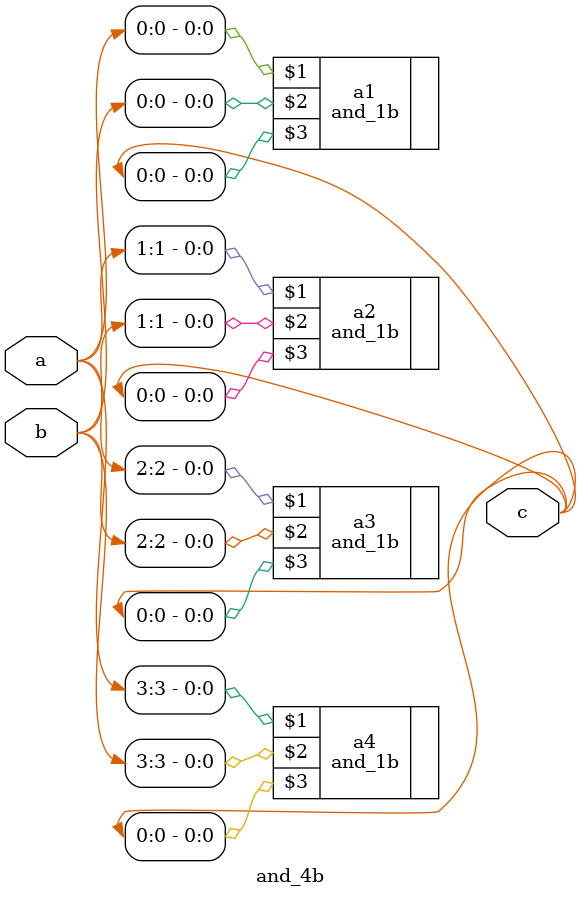
<source format=v>
`include "and_1b.v"

module and_4b(input[3:0] a, b, output[3:0] c);
    and_1b a1(a[0], b[0], c[0]);
    and_1b a2(a[1], b[1], c[0]);
    and_1b a3(a[2], b[2], c[0]);
    and_1b a4(a[3], b[3], c[0]);
endmodule
</source>
